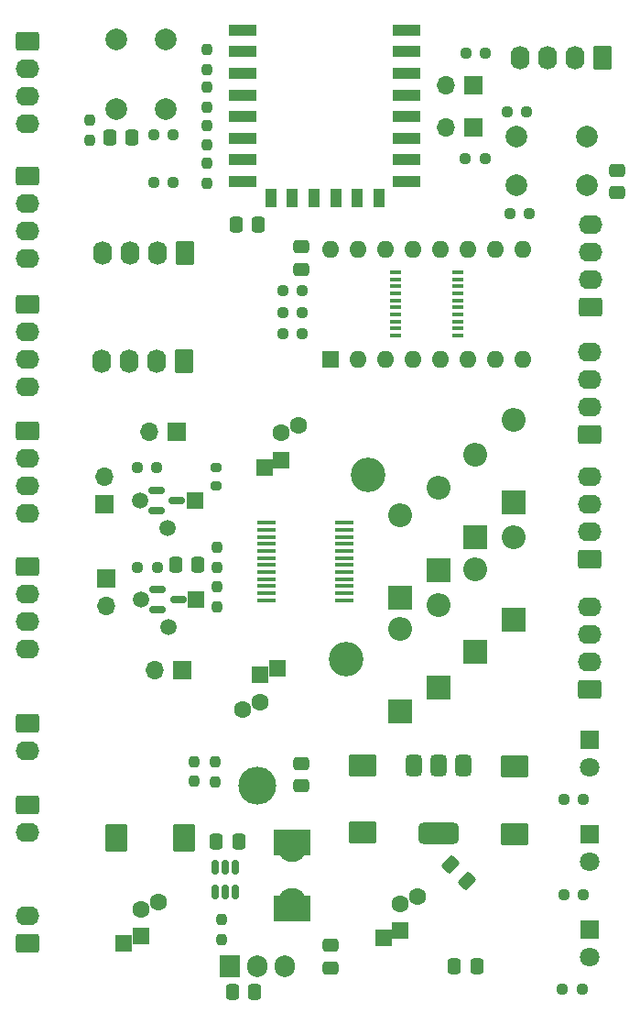
<source format=gts>
G04 #@! TF.GenerationSoftware,KiCad,Pcbnew,8.0.0*
G04 #@! TF.CreationDate,2024-03-12T14:16:29+01:00*
G04 #@! TF.ProjectId,Samochodzik,53616d6f-6368-46f6-947a-696b2e6b6963,rev?*
G04 #@! TF.SameCoordinates,Original*
G04 #@! TF.FileFunction,Soldermask,Top*
G04 #@! TF.FilePolarity,Negative*
%FSLAX46Y46*%
G04 Gerber Fmt 4.6, Leading zero omitted, Abs format (unit mm)*
G04 Created by KiCad (PCBNEW 8.0.0) date 2024-03-12 14:16:29*
%MOMM*%
%LPD*%
G01*
G04 APERTURE LIST*
G04 Aperture macros list*
%AMRoundRect*
0 Rectangle with rounded corners*
0 $1 Rounding radius*
0 $2 $3 $4 $5 $6 $7 $8 $9 X,Y pos of 4 corners*
0 Add a 4 corners polygon primitive as box body*
4,1,4,$2,$3,$4,$5,$6,$7,$8,$9,$2,$3,0*
0 Add four circle primitives for the rounded corners*
1,1,$1+$1,$2,$3*
1,1,$1+$1,$4,$5*
1,1,$1+$1,$6,$7*
1,1,$1+$1,$8,$9*
0 Add four rect primitives between the rounded corners*
20,1,$1+$1,$2,$3,$4,$5,0*
20,1,$1+$1,$4,$5,$6,$7,0*
20,1,$1+$1,$6,$7,$8,$9,0*
20,1,$1+$1,$8,$9,$2,$3,0*%
G04 Aperture macros list end*
%ADD10RoundRect,0.150000X-0.150000X0.512500X-0.150000X-0.512500X0.150000X-0.512500X0.150000X0.512500X0*%
%ADD11RoundRect,0.250000X-0.337500X-0.475000X0.337500X-0.475000X0.337500X0.475000X-0.337500X0.475000X0*%
%ADD12RoundRect,0.250000X0.845000X-0.620000X0.845000X0.620000X-0.845000X0.620000X-0.845000X-0.620000X0*%
%ADD13O,2.190000X1.740000*%
%ADD14R,1.700000X1.700000*%
%ADD15O,1.700000X1.700000*%
%ADD16R,1.600000X1.600000*%
%ADD17C,1.600000*%
%ADD18RoundRect,0.250000X-0.845000X0.620000X-0.845000X-0.620000X0.845000X-0.620000X0.845000X0.620000X0*%
%ADD19RoundRect,0.237500X-0.250000X-0.237500X0.250000X-0.237500X0.250000X0.237500X-0.250000X0.237500X0*%
%ADD20RoundRect,0.237500X0.250000X0.237500X-0.250000X0.237500X-0.250000X-0.237500X0.250000X-0.237500X0*%
%ADD21RoundRect,0.375000X-0.375000X0.625000X-0.375000X-0.625000X0.375000X-0.625000X0.375000X0.625000X0*%
%ADD22RoundRect,0.500000X-1.400000X0.500000X-1.400000X-0.500000X1.400000X-0.500000X1.400000X0.500000X0*%
%ADD23R,1.500000X1.500000*%
%ADD24C,1.500000*%
%ADD25R,2.200000X2.200000*%
%ADD26O,2.200000X2.200000*%
%ADD27O,3.500000X3.500000*%
%ADD28R,1.905000X2.000000*%
%ADD29O,1.905000X2.000000*%
%ADD30RoundRect,0.237500X0.237500X-0.250000X0.237500X0.250000X-0.237500X0.250000X-0.237500X-0.250000X0*%
%ADD31R,1.800000X1.800000*%
%ADD32C,1.800000*%
%ADD33R,1.000000X0.400000*%
%ADD34RoundRect,0.250000X-0.574524X-0.097227X-0.097227X-0.574524X0.574524X0.097227X0.097227X0.574524X0*%
%ADD35RoundRect,0.250000X0.787500X1.025000X-0.787500X1.025000X-0.787500X-1.025000X0.787500X-1.025000X0*%
%ADD36RoundRect,0.250000X-1.025000X0.787500X-1.025000X-0.787500X1.025000X-0.787500X1.025000X0.787500X0*%
%ADD37RoundRect,0.250000X0.620000X0.845000X-0.620000X0.845000X-0.620000X-0.845000X0.620000X-0.845000X0*%
%ADD38O,1.740000X2.190000*%
%ADD39RoundRect,0.237500X-0.237500X0.250000X-0.237500X-0.250000X0.237500X-0.250000X0.237500X0.250000X0*%
%ADD40RoundRect,0.250000X0.337500X0.475000X-0.337500X0.475000X-0.337500X-0.475000X0.337500X-0.475000X0*%
%ADD41R,1.750000X0.450000*%
%ADD42RoundRect,0.200000X0.275000X-0.200000X0.275000X0.200000X-0.275000X0.200000X-0.275000X-0.200000X0*%
%ADD43C,2.000000*%
%ADD44R,3.500000X2.350000*%
%ADD45RoundRect,0.250000X0.475000X-0.337500X0.475000X0.337500X-0.475000X0.337500X-0.475000X-0.337500X0*%
%ADD46C,3.200000*%
%ADD47R,2.500000X1.000000*%
%ADD48R,1.000000X1.800000*%
%ADD49O,1.600000X1.600000*%
%ADD50RoundRect,0.250000X1.025000X-0.787500X1.025000X0.787500X-1.025000X0.787500X-1.025000X-0.787500X0*%
%ADD51RoundRect,0.150000X-0.587500X-0.150000X0.587500X-0.150000X0.587500X0.150000X-0.587500X0.150000X0*%
%ADD52C,2.600000*%
%ADD53RoundRect,0.250000X-0.475000X0.337500X-0.475000X-0.337500X0.475000X-0.337500X0.475000X0.337500X0*%
G04 APERTURE END LIST*
D10*
G04 #@! TO.C,U4*
X210261751Y-126275000D03*
X209311751Y-126275000D03*
X208361751Y-126275000D03*
X208361751Y-128550000D03*
X209311751Y-128550000D03*
X210261751Y-128550000D03*
G04 #@! TD*
D11*
G04 #@! TO.C,C8*
X209929171Y-137742944D03*
X212004171Y-137742944D03*
G04 #@! TD*
D12*
G04 #@! TO.C,J20*
X243020000Y-86310000D03*
D13*
X243020000Y-83770000D03*
X243020000Y-81230000D03*
X243020000Y-78690000D03*
G04 #@! TD*
D11*
G04 #@! TO.C,C7*
X230486751Y-135412500D03*
X232561751Y-135412500D03*
G04 #@! TD*
D12*
G04 #@! TO.C,J1*
X243020000Y-109810000D03*
D13*
X243020000Y-107270000D03*
X243020000Y-104730000D03*
X243020000Y-102190000D03*
G04 #@! TD*
D14*
G04 #@! TO.C,J11*
X232275000Y-54062500D03*
D15*
X229735000Y-54062500D03*
G04 #@! TD*
D16*
G04 #@! TO.C,C2*
X223900000Y-132788614D03*
X225500000Y-132117677D03*
D17*
X225500000Y-129617677D03*
X227100000Y-128946740D03*
G04 #@! TD*
D18*
G04 #@! TO.C,J4*
X191000000Y-112960000D03*
D13*
X191000000Y-115500000D03*
G04 #@! TD*
D19*
G04 #@! TO.C,R14*
X202652383Y-58628067D03*
X204477383Y-58628067D03*
G04 #@! TD*
G04 #@! TO.C,R20*
X240587500Y-128777500D03*
X242412500Y-128777500D03*
G04 #@! TD*
G04 #@! TO.C,R21*
X240587500Y-119960000D03*
X242412500Y-119960000D03*
G04 #@! TD*
D18*
G04 #@! TO.C,J19*
X191000000Y-85920000D03*
D13*
X191000000Y-88460000D03*
X191000000Y-91000000D03*
X191000000Y-93540000D03*
G04 #@! TD*
D20*
G04 #@! TO.C,R27*
X233307527Y-60824716D03*
X231482527Y-60824716D03*
G04 #@! TD*
D14*
G04 #@! TO.C,J15*
X204775000Y-86000000D03*
D15*
X202235000Y-86000000D03*
G04 #@! TD*
D21*
G04 #@! TO.C,U5*
X231309251Y-116850000D03*
X229009251Y-116850000D03*
D22*
X229009251Y-123150000D03*
D21*
X226709251Y-116850000D03*
G04 #@! TD*
D23*
G04 #@! TO.C,Q1*
X206543635Y-101499693D03*
D24*
X204003635Y-104039693D03*
X201463635Y-101499693D03*
G04 #@! TD*
D25*
G04 #@! TO.C,D1*
X225500000Y-101310000D03*
D26*
X225500000Y-93690000D03*
G04 #@! TD*
D27*
G04 #@! TO.C,U7*
X212228589Y-118708785D03*
D28*
X209688589Y-135368785D03*
D29*
X212228589Y-135368785D03*
X214768589Y-135368785D03*
G04 #@! TD*
D30*
G04 #@! TO.C,R18*
X207637891Y-63053170D03*
X207637891Y-61228170D03*
G04 #@! TD*
D14*
G04 #@! TO.C,J7*
X232275000Y-57912500D03*
D15*
X229735000Y-57912500D03*
G04 #@! TD*
D16*
G04 #@! TO.C,C17*
X212900000Y-89288614D03*
X214500000Y-88617677D03*
D17*
X214500000Y-86117677D03*
X216100000Y-85446740D03*
G04 #@! TD*
D31*
G04 #@! TO.C,D11*
X243000000Y-114460000D03*
D32*
X243000000Y-117000000D03*
G04 #@! TD*
D30*
G04 #@! TO.C,R17*
X207637891Y-59553170D03*
X207637891Y-57728170D03*
G04 #@! TD*
D19*
G04 #@! TO.C,R19*
X240485442Y-137542821D03*
X242310442Y-137542821D03*
G04 #@! TD*
D33*
G04 #@! TO.C,U8*
X225000000Y-71300000D03*
X225000000Y-71950000D03*
X225000000Y-72600000D03*
X225000000Y-73250000D03*
X225000000Y-73900000D03*
X225000000Y-74550000D03*
X225000000Y-75200000D03*
X225000000Y-75850000D03*
X225000000Y-76500000D03*
X225000000Y-77150000D03*
X230800000Y-77150000D03*
X230800000Y-76500000D03*
X230800000Y-75850000D03*
X230800000Y-75200000D03*
X230800000Y-74550000D03*
X230800000Y-73900000D03*
X230800000Y-73250000D03*
X230800000Y-72600000D03*
X230800000Y-71950000D03*
X230800000Y-71300000D03*
G04 #@! TD*
D20*
G04 #@! TO.C,R24*
X202973831Y-89345387D03*
X201148831Y-89345387D03*
G04 #@! TD*
D14*
G04 #@! TO.C,J13*
X205275000Y-108000000D03*
D15*
X202735000Y-108000000D03*
G04 #@! TD*
D25*
G04 #@! TO.C,D8*
X232400000Y-106381827D03*
D26*
X232400000Y-98761827D03*
G04 #@! TD*
D25*
G04 #@! TO.C,D3*
X236000000Y-92535000D03*
D26*
X236000000Y-84915000D03*
G04 #@! TD*
D34*
G04 #@! TO.C,C13*
X230146009Y-126010391D03*
X231613255Y-127477637D03*
G04 #@! TD*
D31*
G04 #@! TO.C,D10*
X243000000Y-123185000D03*
D32*
X243000000Y-125725000D03*
G04 #@! TD*
D20*
G04 #@! TO.C,R12*
X204473864Y-63014557D03*
X202648864Y-63014557D03*
G04 #@! TD*
D12*
G04 #@! TO.C,J2*
X243020000Y-97810000D03*
D13*
X243020000Y-95270000D03*
X243020000Y-92730000D03*
X243020000Y-90190000D03*
G04 #@! TD*
D23*
G04 #@! TO.C,Q2*
X206486965Y-92397963D03*
D24*
X203946965Y-94937963D03*
X201406965Y-92397963D03*
G04 #@! TD*
D35*
G04 #@! TO.C,C3*
X205465391Y-123547877D03*
X199240391Y-123547877D03*
G04 #@! TD*
D36*
G04 #@! TO.C,C1*
X221986751Y-116822500D03*
X221986751Y-123047500D03*
G04 #@! TD*
D31*
G04 #@! TO.C,D9*
X243013249Y-132037500D03*
D32*
X243013249Y-134577500D03*
G04 #@! TD*
D37*
G04 #@! TO.C,J5*
X205580000Y-69500000D03*
D38*
X203040000Y-69500000D03*
X200500000Y-69500000D03*
X197960000Y-69500000D03*
G04 #@! TD*
D16*
G04 #@! TO.C,C4*
X199900000Y-133288614D03*
X201500000Y-132617677D03*
D17*
X201500000Y-130117677D03*
X203100000Y-129446740D03*
G04 #@! TD*
D39*
G04 #@! TO.C,R3*
X206419934Y-116496658D03*
X206419934Y-118321658D03*
G04 #@! TD*
D18*
G04 #@! TO.C,J21*
X191000000Y-98460000D03*
D13*
X191000000Y-101000000D03*
X191000000Y-103540000D03*
X191000000Y-106080000D03*
G04 #@! TD*
D25*
G04 #@! TO.C,D6*
X229000000Y-109620000D03*
D26*
X229000000Y-102000000D03*
G04 #@! TD*
D40*
G04 #@! TO.C,C16*
X206759273Y-98306849D03*
X204684273Y-98306849D03*
G04 #@! TD*
D18*
G04 #@! TO.C,J12*
X190980000Y-49960000D03*
D13*
X190980000Y-52500000D03*
X190980000Y-55040000D03*
X190980000Y-57580000D03*
G04 #@! TD*
D41*
G04 #@! TO.C,U6*
X220335354Y-101575000D03*
X220335354Y-100925000D03*
X220335354Y-100275000D03*
X220335354Y-99625000D03*
X220335354Y-98975000D03*
X220335354Y-98325000D03*
X220335354Y-97675000D03*
X220335354Y-97025000D03*
X220335354Y-96375000D03*
X220335354Y-95725000D03*
X220335354Y-95075000D03*
X220335354Y-94425000D03*
X213135354Y-94425000D03*
X213135354Y-95075000D03*
X213135354Y-95725000D03*
X213135354Y-96375000D03*
X213135354Y-97025000D03*
X213135354Y-97675000D03*
X213135354Y-98325000D03*
X213135354Y-98975000D03*
X213135354Y-99625000D03*
X213135354Y-100275000D03*
X213135354Y-100925000D03*
X213135354Y-101575000D03*
G04 #@! TD*
D42*
G04 #@! TO.C,R25*
X208446965Y-90997771D03*
X208446965Y-89347771D03*
G04 #@! TD*
D43*
G04 #@! TO.C,SW2*
X236250000Y-58750000D03*
X242750000Y-58750000D03*
X236250000Y-63250000D03*
X242750000Y-63250000D03*
G04 #@! TD*
D44*
G04 #@! TO.C,L1*
X215500000Y-123975000D03*
X215500000Y-130025000D03*
G04 #@! TD*
D19*
G04 #@! TO.C,R28*
X214587500Y-77000000D03*
X216412500Y-77000000D03*
G04 #@! TD*
D30*
G04 #@! TO.C,R1*
X208986751Y-132912500D03*
X208986751Y-131087500D03*
G04 #@! TD*
D45*
G04 #@! TO.C,C6*
X219000000Y-135537500D03*
X219000000Y-133462500D03*
G04 #@! TD*
D30*
G04 #@! TO.C,R22*
X208503635Y-102182193D03*
X208503635Y-100357193D03*
G04 #@! TD*
D18*
G04 #@! TO.C,J16*
X190970395Y-74290910D03*
D13*
X190970395Y-76830910D03*
X190970395Y-79370910D03*
X190970395Y-81910910D03*
G04 #@! TD*
D30*
G04 #@! TO.C,R11*
X207637891Y-52553170D03*
X207637891Y-50728170D03*
G04 #@! TD*
D37*
G04 #@! TO.C,J8*
X244162160Y-51480000D03*
D38*
X241622160Y-51480000D03*
X239082160Y-51480000D03*
X236542160Y-51480000D03*
G04 #@! TD*
D46*
G04 #@! TO.C,H1*
X220500000Y-107000000D03*
G04 #@! TD*
D18*
G04 #@! TO.C,J3*
X191000000Y-120460000D03*
D13*
X191000000Y-123000000D03*
G04 #@! TD*
D46*
G04 #@! TO.C,H2*
X222500000Y-90000000D03*
G04 #@! TD*
D39*
G04 #@! TO.C,R31*
X208511248Y-96707074D03*
X208511248Y-98532074D03*
G04 #@! TD*
D47*
G04 #@! TO.C,U1*
X210900000Y-48912500D03*
X210900000Y-50912500D03*
X210900000Y-52912500D03*
X210900000Y-54912500D03*
X210900000Y-56912500D03*
X210900000Y-58912500D03*
X210900000Y-60912500D03*
X210900000Y-62912500D03*
D48*
X213500000Y-64412500D03*
X215500000Y-64412500D03*
X217500000Y-64412500D03*
X219500000Y-64412500D03*
X221500000Y-64412500D03*
X223500000Y-64412500D03*
D47*
X226100000Y-62912500D03*
X226100000Y-60912500D03*
X226100000Y-58912500D03*
X226100000Y-56912500D03*
X226100000Y-54912500D03*
X226100000Y-52912500D03*
X226100000Y-50912500D03*
X226100000Y-48912500D03*
G04 #@! TD*
D43*
G04 #@! TO.C,SW1*
X199250000Y-56250000D03*
X199250000Y-49750000D03*
X203750000Y-56250000D03*
X203750000Y-49750000D03*
G04 #@! TD*
D19*
G04 #@! TO.C,R30*
X214587500Y-73000000D03*
X216412500Y-73000000D03*
G04 #@! TD*
D25*
G04 #@! TO.C,D4*
X232449935Y-95726735D03*
D26*
X232449935Y-88106735D03*
G04 #@! TD*
D16*
G04 #@! TO.C,U2*
X219025000Y-79325000D03*
D49*
X221565000Y-79325000D03*
X224105000Y-79325000D03*
X226645000Y-79325000D03*
X229185000Y-79325000D03*
X231725000Y-79325000D03*
X234265000Y-79325000D03*
X236805000Y-79325000D03*
X236805000Y-69165000D03*
X234265000Y-69165000D03*
X231725000Y-69165000D03*
X229185000Y-69165000D03*
X226645000Y-69165000D03*
X224105000Y-69165000D03*
X221565000Y-69165000D03*
X219025000Y-69165000D03*
G04 #@! TD*
D20*
G04 #@! TO.C,R26*
X233344818Y-51095740D03*
X231519818Y-51095740D03*
G04 #@! TD*
D11*
G04 #@! TO.C,C14*
X210308465Y-66911542D03*
X212383465Y-66911542D03*
G04 #@! TD*
D30*
G04 #@! TO.C,R10*
X207637891Y-56053170D03*
X207637891Y-54228170D03*
G04 #@! TD*
D25*
G04 #@! TO.C,D5*
X225500000Y-111810000D03*
D26*
X225500000Y-104190000D03*
G04 #@! TD*
D19*
G04 #@! TO.C,R23*
X201172575Y-98548954D03*
X202997575Y-98548954D03*
G04 #@! TD*
D14*
G04 #@! TO.C,J18*
X198093709Y-92675000D03*
D15*
X198093709Y-90135000D03*
G04 #@! TD*
D14*
G04 #@! TO.C,J17*
X198260579Y-99586636D03*
D15*
X198260579Y-102126636D03*
G04 #@! TD*
D19*
G04 #@! TO.C,R29*
X214587500Y-75000000D03*
X216412500Y-75000000D03*
G04 #@! TD*
D50*
G04 #@! TO.C,C15*
X236084251Y-123182500D03*
X236084251Y-116957500D03*
G04 #@! TD*
D18*
G04 #@! TO.C,J6*
X191000000Y-62380000D03*
D13*
X191000000Y-64920000D03*
X191000000Y-67460000D03*
X191000000Y-70000000D03*
G04 #@! TD*
D51*
G04 #@! TO.C,Q4*
X203062500Y-100550000D03*
X203062500Y-102450000D03*
X204937500Y-101500000D03*
G04 #@! TD*
D52*
G04 #@! TO.C,L2*
X215500000Y-124500000D03*
X215500000Y-129500000D03*
G04 #@! TD*
D12*
G04 #@! TO.C,J9*
X243040000Y-74540000D03*
D13*
X243040000Y-72000000D03*
X243040000Y-69460000D03*
X243040000Y-66920000D03*
G04 #@! TD*
D12*
G04 #@! TO.C,J14*
X191020000Y-133250000D03*
D13*
X191020000Y-130710000D03*
G04 #@! TD*
D20*
G04 #@! TO.C,R15*
X237169313Y-56476199D03*
X235344313Y-56476199D03*
G04 #@! TD*
D25*
G04 #@! TO.C,D2*
X229000000Y-98810000D03*
D26*
X229000000Y-91190000D03*
G04 #@! TD*
D20*
G04 #@! TO.C,R13*
X237412500Y-65912500D03*
X235587500Y-65912500D03*
G04 #@! TD*
D45*
G04 #@! TO.C,C9*
X216336417Y-118736190D03*
X216336417Y-116661190D03*
G04 #@! TD*
D30*
G04 #@! TO.C,R2*
X208330848Y-118350611D03*
X208330848Y-116525611D03*
G04 #@! TD*
D37*
G04 #@! TO.C,J10*
X205500000Y-79500000D03*
D38*
X202960000Y-79500000D03*
X200420000Y-79500000D03*
X197880000Y-79500000D03*
G04 #@! TD*
D53*
G04 #@! TO.C,C10*
X245500000Y-61875000D03*
X245500000Y-63950000D03*
G04 #@! TD*
D40*
G04 #@! TO.C,C5*
X210524251Y-123912500D03*
X208449251Y-123912500D03*
G04 #@! TD*
D16*
G04 #@! TO.C,C18*
X214100000Y-107829063D03*
X212500000Y-108500000D03*
D17*
X212500000Y-111000000D03*
X210900000Y-111670937D03*
G04 #@! TD*
D39*
G04 #@! TO.C,R16*
X196732276Y-57263840D03*
X196732276Y-59088840D03*
G04 #@! TD*
D25*
G04 #@! TO.C,D7*
X236000000Y-103345000D03*
D26*
X236000000Y-95725000D03*
G04 #@! TD*
D45*
G04 #@! TO.C,C12*
X216290467Y-70999225D03*
X216290467Y-68924225D03*
G04 #@! TD*
D51*
G04 #@! TO.C,Q3*
X202962500Y-91440552D03*
X202962500Y-93340552D03*
X204837500Y-92390552D03*
G04 #@! TD*
D40*
G04 #@! TO.C,C11*
X200683379Y-58884303D03*
X198608379Y-58884303D03*
G04 #@! TD*
M02*

</source>
